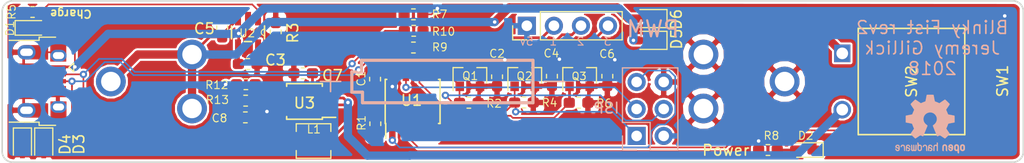
<source format=kicad_pcb>
(kicad_pcb (version 20171130) (host pcbnew "(5.0.0-3-g5ebb6b6)")
  (layers (0 F.Cu signal) (31 B.Cu signal) (34 B.Paste user) (35 F.Paste user) (36 B.SilkS user) (37 F.SilkS user) (38 B.Mask user) (39 F.Mask user) (44 Edge.Cuts user))
  (net 0 "")
  (net 1 GND)
  (net 2 "Net-(D1-Pad1)")
  (net 3 "Net-(J1-Pad2)")
  (net 4 "Net-(R3-Pad1)")
  (net 5 "Net-(R1-Pad1)")
  (net 6 "Net-(D2-Pad2)")
  (net 7 +5V)
  (net 8 "Net-(D3-Pad1)")
  (net 9 "Net-(D4-Pad1)")
  (net 10 "Net-(J1-Pad3)")
  (net 11 "Net-(J1-Pad4)")
  (net 12 D-)
  (net 13 D+)
  (net 14 MOSI)
  (net 15 RST)
  (net 16 "Net-(L1-Pad2)")
  (net 17 PWM3)
  (net 18 "Net-(R5-Pad1)")
  (net 19 "Net-(R12-Pad2)")
  (net 20 Vin)
  (net 21 "Net-(C7-Pad1)")
  (net 22 +BATT)
  (net 23 "Net-(D5-Pad1)")
  (module Jeremy:Battery_Clips_8650 (layer B.Cu) (at 139.32 91.1 180)
    (fp_text reference J3 hide)
    (fp_text value Battery hide)
    (fp_text user - (at -10 0.2032 180) (layer B.SilkS) (effects (font (size 2.5 2.5)) (justify mirror)))
    (fp_text user + (at 11 0.2032 180) (layer B.SilkS) (effects (font (size 2.5 2.5)) (justify mirror)))
    (pad 2 thru_hole circle (at -24 2.54 180) (size 2.8 2.8) (drill 1.83) (layers *.Cu *.Mask) (net 1 GND))
    (pad 2 thru_hole circle (at -24 -2.54 180) (size 2.8 2.8) (drill 1.83) (layers *.Cu *.Mask) (net 1 GND))
    (pad 1 thru_hole circle (at 24 2.54 180) (size 2.8 2.8) (drill 1.83) (layers *.Cu *.Mask) (net 22 +BATT))
    (pad 1 thru_hole circle (at 24 -2.54 180) (size 2.8 2.8) (drill 1.83) (layers *.Cu *.Mask) (net 22 +BATT))
    (pad 1 thru_hole circle (at 31.62 0 180) (size 2.8 2.8) (drill 1.83) (layers *.Cu *.Mask) (net 22 +BATT))
    (pad 2 thru_hole circle (at -31.62 0 180) (size 2.8 2.8) (drill 1.83) (layers *.Cu *.Mask) (net 1 GND))
  )
  (module Jeremy:Switch_SPST_GPTS203211BR2 (layer F.Cu) (at 182.85 91.1 270)
    (fp_text reference SW2 (at 0 0 270) (layer F.SilkS))
    (fp_text value Power hide)
    (pad 1 thru_hole rect (at -2.65 6.5 270) (size 1.65 1.524) (drill 1.1) (layers *.Cu *.Mask) (net 23 "Net-(D5-Pad1)"))
    (pad 2 thru_hole circle (at 2.65 6.5 270) (size 1.65 1.65) (drill 1.1) (layers *.Cu *.Mask) (net 21 "Net-(C7-Pad1)"))
  )
  (module SOT95P280X145-5N (layer F.Cu) (at 120.575 86.475 270)
    (fp_text reference U2 (at 0.075 0.075) (layer F.SilkS) (effects (font (size 0.75 0.75) (thickness 0.1))))
    (fp_text value MCP73831T-2ACI/OT hide)
    (pad 1 smd rect (at -1.2954 -0.9398 270) (size 1.27 0.5588) (layers F.Cu F.Paste F.Mask) (net 18 "Net-(R5-Pad1)"))
    (pad 2 smd rect (at -1.2954 0 270) (size 1.27 0.5588) (layers F.Cu F.Paste F.Mask) (net 1 GND))
    (pad 3 smd rect (at -1.2954 0.9398 270) (size 1.27 0.5588) (layers F.Cu F.Paste F.Mask) (net 22 +BATT))
    (pad 4 smd rect (at 1.2954 0.9398 270) (size 1.27 0.5588) (layers F.Cu F.Paste F.Mask) (net 20 Vin))
    (pad 5 smd rect (at 1.2954 -0.9398 270) (size 1.27 0.5588) (layers F.Cu F.Paste F.Mask) (net 4 "Net-(R3-Pad1)"))
  )
  (module Jeremy:Switch_TE_FSMSM (layer F.Cu) (at 191.6 91.1 270)
    (fp_text reference SW1 (at -0.05 0.2 270) (layer F.SilkS))
    (fp_text value Mode hide)
    (pad 1 smd rect (at -4.6 0 270) (size 2.18 1.6) (layers F.Cu F.Paste F.Mask) (net 7 +5V))
    (pad 2 smd rect (at 4.6 0 270) (size 2.18 1.6) (layers F.Cu F.Paste F.Mask) (net 5 "Net-(R1-Pad1)"))
  )
  (module Connector_USB:USB_Micro-B_Amphenol_10103594-0001LF_Horizontal (layer F.Cu) (at 100.9 91.1 270)
    (fp_text reference J2 hide)
    (fp_text value USB_B_Micro)
    (pad 6 smd rect (at 2.725 0.185 270) (size 1.35 2) (layers F.Cu F.Paste F.Mask) (net 1 GND))
    (pad 6 smd rect (at -2.755 0.185 270) (size 1.35 2) (layers F.Cu F.Paste F.Mask) (net 1 GND))
    (pad 6 smd rect (at -2.975 -0.565 270) (size 1.825 0.7) (layers F.Cu F.Paste F.Mask) (net 1 GND))
    (pad 6 smd rect (at 2.975 -0.565 270) (size 1.825 0.7) (layers F.Cu F.Paste F.Mask) (net 1 GND))
    (pad 6 smd rect (at -2.875 -1.865 270) (size 2 1.5) (layers F.Cu F.Paste F.Mask) (net 1 GND))
    (pad 6 smd rect (at 2.875 -1.885 270) (size 2 1.5) (layers F.Cu F.Paste F.Mask) (net 1 GND))
    (pad 1 smd rect (at -1.325 -1.765) (size 1.65 0.4) (layers F.Cu F.Paste F.Mask) (net 20 Vin))
    (pad 2 smd rect (at -0.675 -1.765) (size 1.65 0.4) (layers F.Cu F.Paste F.Mask) (net 9 "Net-(D4-Pad1)"))
    (pad 3 smd rect (at -0.025 -1.765) (size 1.65 0.4) (layers F.Cu F.Paste F.Mask) (net 8 "Net-(D3-Pad1)"))
    (pad 4 smd rect (at 0.625 -1.765) (size 1.65 0.4) (layers F.Cu F.Paste F.Mask))
    (pad 5 smd rect (at 1.275 -1.765) (size 1.65 0.4) (layers F.Cu F.Paste F.Mask) (net 1 GND))
    (pad 6 thru_hole oval (at -2.445 -1.885) (size 1.5 1.1) (drill oval 1.05 0.65) (layers *.Cu *.Mask) (net 1 GND))
    (pad 6 thru_hole oval (at 2.395 -1.885) (size 1.5 1.1) (drill oval 1.05 0.65) (layers *.Cu *.Mask) (net 1 GND))
    (pad 6 thru_hole oval (at -2.755 1.115) (size 1.7 1.35) (drill oval 1.2 0.7) (layers *.Cu *.Mask) (net 1 GND))
    (pad 6 thru_hole oval (at 2.705 1.115) (size 1.7 1.35) (drill oval 1.2 0.7) (layers *.Cu *.Mask) (net 1 GND))
    (pad 6 smd rect (at -0.985 1.385) (size 2.5 1.43) (layers F.Cu F.Paste F.Mask) (net 1 GND))
    (pad 6 smd rect (at 0.935 1.385) (size 2.5 1.43) (layers F.Cu F.Paste F.Mask) (net 1 GND))
  )
  (module Connector_PinHeader_2.54mm:PinHeader_2x03_P2.54mm_Vertical (layer B.Cu) (at 157.05 96.225)
    (fp_text reference J4 hide)
    (fp_text value ISP (at -2.85 -2.625) (layer B.SilkS) (effects (justify mirror)))
    (pad 1 thru_hole rect (at 0 0) (size 1.7 1.7) (drill 1) (layers *.Cu *.Mask) (net 12 D-))
    (pad 2 thru_hole oval (at 2.54 0) (size 1.7 1.7) (drill 1) (layers *.Cu *.Mask) (net 7 +5V))
    (pad 3 thru_hole oval (at 0 -2.54) (size 1.7 1.7) (drill 1) (layers *.Cu *.Mask) (net 13 D+))
    (pad 4 thru_hole oval (at 2.54 -2.54) (size 1.7 1.7) (drill 1) (layers *.Cu *.Mask) (net 14 MOSI))
    (pad 5 thru_hole oval (at 0 -5.08) (size 1.7 1.7) (drill 1) (layers *.Cu *.Mask) (net 15 RST))
    (pad 6 thru_hole oval (at 2.54 -5.08) (size 1.7 1.7) (drill 1) (layers *.Cu *.Mask) (net 1 GND))
  )
  (module Package_TO_SOT_SMD:SOT-23 (layer F.Cu) (at 141.4 90.55 90)
    (fp_text reference Q1 (at -0.025 0.025 180) (layer F.SilkS) (effects (font (size 0.75 0.75) (thickness 0.1))))
    (fp_text value NTR4003NT1G hide)
    (pad 1 smd rect (at -1 -0.95 90) (size 0.9 0.8) (layers F.Cu F.Paste F.Mask) (net 14 MOSI))
    (pad 2 smd rect (at -1 0.95 90) (size 0.9 0.8) (layers F.Cu F.Paste F.Mask) (net 1 GND))
    (pad 3 smd rect (at 1 0 90) (size 0.9 0.8) (layers F.Cu F.Paste F.Mask) (net 3 "Net-(J1-Pad2)"))
  )
  (module Capacitor_SMD:C_0603_1608Metric_Pad1.05x0.95mm_HandSolder (layer F.Cu) (at 132.5 90.875 270)
    (fp_text reference C1 (at -0.05 1.3 270) (layer F.SilkS) (effects (font (size 0.75 0.75) (thickness 0.1))))
    (fp_text value 0.1uF)
    (pad 2 smd roundrect (at 0.875 0 270) (size 1.05 0.95) (layers F.Cu F.Paste F.Mask) (net 1 GND))
    (pad 1 smd roundrect (at -0.875 0 270) (size 1.05 0.95) (layers F.Cu F.Paste F.Mask) (net 7 +5V))
  )
  (module Capacitor_SMD:C_0603_1608Metric_Pad1.05x0.95mm_HandSolder (layer F.Cu) (at 143.95 90.65 90)
    (fp_text reference C2 (at 2.175 0 180) (layer F.SilkS) (effects (font (size 0.75 0.75) (thickness 0.1))))
    (fp_text value 4.7uF)
    (pad 1 smd roundrect (at -0.875 0 90) (size 1.05 0.95) (layers F.Cu F.Paste F.Mask) (net 1 GND))
    (pad 2 smd roundrect (at 0.875 0 90) (size 1.05 0.95) (layers F.Cu F.Paste F.Mask) (net 7 +5V))
  )
  (module Capacitor_SMD:C_0603_1608Metric_Pad1.05x0.95mm_HandSolder (layer F.Cu) (at 120.55 89.45)
    (fp_text reference C3 (at 2.6 -0.375) (layer F.SilkS))
    (fp_text value 4.7uF)
    (pad 2 smd roundrect (at 0.875 0) (size 1.05 0.95) (layers F.Cu F.Paste F.Mask) (net 1 GND))
    (pad 1 smd roundrect (at -0.875 0) (size 1.05 0.95) (layers F.Cu F.Paste F.Mask) (net 20 Vin))
  )
  (module Capacitor_SMD:C_0603_1608Metric_Pad1.05x0.95mm_HandSolder (layer F.Cu) (at 149.1 90.6 90)
    (fp_text reference C4 (at 2.15 -0.05 180) (layer F.SilkS) (effects (font (size 0.75 0.75) (thickness 0.1))))
    (fp_text value 4.7uF)
    (pad 1 smd roundrect (at -0.875 0 90) (size 1.05 0.95) (layers F.Cu F.Paste F.Mask) (net 1 GND))
    (pad 2 smd roundrect (at 0.875 0 90) (size 1.05 0.95) (layers F.Cu F.Paste F.Mask) (net 7 +5V))
  )
  (module Capacitor_SMD:C_0603_1608Metric_Pad1.05x0.95mm_HandSolder (layer F.Cu) (at 118.15 86.025 90)
    (fp_text reference C5 (at -0.1 -1.675 180) (layer F.SilkS))
    (fp_text value 4.7uF)
    (pad 1 smd roundrect (at -0.875 0 90) (size 1.05 0.95) (layers F.Cu F.Paste F.Mask) (net 22 +BATT))
    (pad 2 smd roundrect (at 0.875 0 90) (size 1.05 0.95) (layers F.Cu F.Paste F.Mask) (net 1 GND))
  )
  (module Capacitor_SMD:C_0603_1608Metric_Pad1.05x0.95mm_HandSolder (layer F.Cu) (at 154.3 90.6 90)
    (fp_text reference C6 (at 2.1 -0.025 180) (layer F.SilkS) (effects (font (size 0.75 0.75) (thickness 0.1))))
    (fp_text value 4.7uF)
    (pad 2 smd roundrect (at 0.875 0 90) (size 1.05 0.95) (layers F.Cu F.Paste F.Mask) (net 7 +5V))
    (pad 1 smd roundrect (at -0.875 0 90) (size 1.05 0.95) (layers F.Cu F.Paste F.Mask) (net 1 GND))
  )
  (module Capacitor_SMD:C_0603_1608Metric_Pad1.05x0.95mm_HandSolder (layer F.Cu) (at 125.75 90.325 180)
    (fp_text reference C7 (at -2.75 -0.2 180) (layer F.SilkS))
    (fp_text value 10uF)
    (pad 2 smd roundrect (at 0.875 0 180) (size 1.05 0.95) (layers F.Cu F.Paste F.Mask) (net 1 GND))
    (pad 1 smd roundrect (at -0.875 0 180) (size 1.05 0.95) (layers F.Cu F.Paste F.Mask) (net 21 "Net-(C7-Pad1)"))
  )
  (module Capacitor_SMD:C_0603_1608Metric_Pad1.05x0.95mm_HandSolder (layer F.Cu) (at 120.325 94.475 180)
    (fp_text reference C8 (at 2.425 -0.075 180) (layer F.SilkS) (effects (font (size 0.75 0.75) (thickness 0.1))))
    (fp_text value 22uF)
    (pad 1 smd roundrect (at -0.875 0 180) (size 1.05 0.95) (layers F.Cu F.Paste F.Mask) (net 7 +5V))
    (pad 2 smd roundrect (at 0.875 0 180) (size 1.05 0.95) (layers F.Cu F.Paste F.Mask) (net 1 GND))
  )
  (module LED_SMD:LED_0603_1608Metric_Castellated (layer F.Cu) (at 100.4 86.05)
    (fp_text reference D1 (at -2.175 0.05 90) (layer F.SilkS) (effects (font (size 0.75 0.75) (thickness 0.1))))
    (fp_text value LED)
    (pad 2 smd roundrect (at 0.8125 0) (size 1.225 0.85) (layers F.Cu F.Paste F.Mask) (net 20 Vin))
    (pad 1 smd roundrect (at -0.8125 0) (size 1.225 0.85) (layers F.Cu F.Paste F.Mask) (net 2 "Net-(D1-Pad1)"))
  )
  (module LED_SMD:LED_0603_1608Metric_Castellated (layer F.Cu) (at 172.875 97.55 180)
    (fp_text reference D2 (at -0.05 1.35 180) (layer F.SilkS) (effects (font (size 0.75 0.75) (thickness 0.1))))
    (fp_text value LED)
    (pad 2 smd roundrect (at 0.8125 0 180) (size 1.225 0.85) (layers F.Cu F.Paste F.Mask) (net 6 "Net-(D2-Pad2)"))
    (pad 1 smd roundrect (at -0.8125 0 180) (size 1.225 0.85) (layers F.Cu F.Paste F.Mask) (net 1 GND))
  )
  (module Diode_SMD:D_SOD-323 (layer F.Cu) (at 101.4 96.975 270)
    (fp_text reference D3 (at 0.025 -3.3 270) (layer F.SilkS))
    (fp_text value 3v6)
    (pad 2 smd rect (at 1.05 0 270) (size 0.6 0.45) (layers F.Cu F.Paste F.Mask) (net 1 GND))
    (pad 1 smd rect (at -1.05 0 270) (size 0.6 0.45) (layers F.Cu F.Paste F.Mask) (net 8 "Net-(D3-Pad1)"))
  )
  (module Diode_SMD:D_SOD-323 (layer F.Cu) (at 99.4 96.975 270)
    (fp_text reference D4 (at 0.05 -4 270) (layer F.SilkS))
    (fp_text value 3v6)
    (pad 1 smd rect (at -1.05 0 270) (size 0.6 0.45) (layers F.Cu F.Paste F.Mask) (net 9 "Net-(D4-Pad1)"))
    (pad 2 smd rect (at 1.05 0 270) (size 0.6 0.45) (layers F.Cu F.Paste F.Mask) (net 1 GND))
  )
  (module Inductor_SMD:L_Vishay_IHLP-1212 (layer F.Cu) (at 126.725 96.7 180)
    (fp_text reference L1 (at -0.025 1.1 180) (layer F.SilkS) (effects (font (size 0.75 0.75) (thickness 0.1))))
    (fp_text value 2.2uH3A)
    (pad 1 smd rect (at -1.35 0 180) (size 1.5 1.2) (layers F.Cu F.Paste F.Mask) (net 21 "Net-(C7-Pad1)"))
    (pad 2 smd rect (at 1.35 0 180) (size 1.5 1.2) (layers F.Cu F.Paste F.Mask) (net 16 "Net-(L1-Pad2)"))
  )
  (module Package_TO_SOT_SMD:SOT-23 (layer F.Cu) (at 146.55 90.55 90)
    (fp_text reference Q2 (at -0.05 -0.025) (layer F.SilkS) (effects (font (size 0.75 0.75) (thickness 0.1))))
    (fp_text value NTR4003NT1G)
    (pad 1 smd rect (at -1 -0.95 90) (size 0.9 0.8) (layers F.Cu F.Paste F.Mask) (net 12 D-))
    (pad 2 smd rect (at -1 0.95 90) (size 0.9 0.8) (layers F.Cu F.Paste F.Mask) (net 1 GND))
    (pad 3 smd rect (at 1 0 90) (size 0.9 0.8) (layers F.Cu F.Paste F.Mask) (net 10 "Net-(J1-Pad3)"))
  )
  (module Package_TO_SOT_SMD:SOT-23 (layer F.Cu) (at 151.7 90.55 90)
    (fp_text reference Q3 (at -0.05 -0.05 180) (layer F.SilkS) (effects (font (size 0.7 0.7) (thickness 0.1))))
    (fp_text value NTR4003NT1G)
    (pad 3 smd rect (at 1 0 90) (size 0.9 0.8) (layers F.Cu F.Paste F.Mask) (net 11 "Net-(J1-Pad4)"))
    (pad 2 smd rect (at -1 0.95 90) (size 0.9 0.8) (layers F.Cu F.Paste F.Mask) (net 1 GND))
    (pad 1 smd rect (at -1 -0.95 90) (size 0.9 0.8) (layers F.Cu F.Paste F.Mask) (net 17 PWM3))
  )
  (module Resistor_SMD:R_0603_1608Metric_Pad1.05x0.95mm_HandSolder (layer F.Cu) (at 132.525 95.075 270)
    (fp_text reference R1 (at -0.075 1.3 270) (layer F.SilkS) (effects (font (size 0.75 0.75) (thickness 0.1))))
    (fp_text value 20K)
    (pad 2 smd roundrect (at 0.875 0 270) (size 1.05 0.95) (layers F.Cu F.Paste F.Mask) (net 1 GND))
    (pad 1 smd roundrect (at -0.875 0 270) (size 1.05 0.95) (layers F.Cu F.Paste F.Mask) (net 5 "Net-(R1-Pad1)"))
  )
  (module Resistor_SMD:R_0603_1608Metric_Pad1.05x0.95mm_HandSolder (layer F.Cu) (at 141.3 93.1)
    (fp_text reference R2 (at 2.375 0.075) (layer F.SilkS) (effects (font (size 0.75 0.75) (thickness 0.1))))
    (fp_text value 20k)
    (pad 2 smd roundrect (at 0.875 0) (size 1.05 0.95) (layers F.Cu F.Paste F.Mask) (net 1 GND))
    (pad 1 smd roundrect (at -0.875 0) (size 1.05 0.95) (layers F.Cu F.Paste F.Mask) (net 14 MOSI))
  )
  (module Resistor_SMD:R_0603_1608Metric_Pad1.05x0.95mm_HandSolder (layer F.Cu) (at 123.175 86.425 90)
    (fp_text reference R3 (at -0.1 1.6 90) (layer F.SilkS))
    (fp_text value 2k)
    (pad 2 smd roundrect (at 0.875 0 90) (size 1.05 0.95) (layers F.Cu F.Paste F.Mask) (net 1 GND))
    (pad 1 smd roundrect (at -0.875 0 90) (size 1.05 0.95) (layers F.Cu F.Paste F.Mask) (net 4 "Net-(R3-Pad1)"))
  )
  (module Resistor_SMD:R_0603_1608Metric_Pad1.05x0.95mm_HandSolder (layer F.Cu) (at 146.475 93.075)
    (fp_text reference R4 (at 2.4 0.025) (layer F.SilkS) (effects (font (size 0.75 0.75) (thickness 0.1))))
    (fp_text value 20k)
    (pad 1 smd roundrect (at -0.875 0) (size 1.05 0.95) (layers F.Cu F.Paste F.Mask) (net 12 D-))
    (pad 2 smd roundrect (at 0.875 0) (size 1.05 0.95) (layers F.Cu F.Paste F.Mask) (net 1 GND))
  )
  (module Resistor_SMD:R_0603_1608Metric_Pad1.05x0.95mm_HandSolder (layer F.Cu) (at 151.6 93.1)
    (fp_text reference R6 (at 2.4 0.05) (layer F.SilkS) (effects (font (size 0.75 0.75) (thickness 0.1))))
    (fp_text value 20k)
    (pad 2 smd roundrect (at 0.875 0) (size 1.05 0.95) (layers F.Cu F.Paste F.Mask) (net 1 GND))
    (pad 1 smd roundrect (at -0.875 0) (size 1.05 0.95) (layers F.Cu F.Paste F.Mask) (net 17 PWM3))
  )
  (module Resistor_SMD:R_0603_1608Metric_Pad1.05x0.95mm_HandSolder (layer F.Cu) (at 136.1 84.775)
    (fp_text reference R7 (at 2.45 0) (layer F.SilkS) (effects (font (size 0.75 0.75) (thickness 0.1))))
    (fp_text value 2.2k)
    (pad 1 smd roundrect (at -0.875 0) (size 1.05 0.95) (layers F.Cu F.Paste F.Mask) (net 9 "Net-(D4-Pad1)"))
    (pad 2 smd roundrect (at 0.875 0) (size 1.05 0.95) (layers F.Cu F.Paste F.Mask) (net 20 Vin))
  )
  (module Resistor_SMD:R_0603_1608Metric_Pad1.05x0.95mm_HandSolder (layer F.Cu) (at 169.375 97.55 180)
    (fp_text reference R8 (at -0.325 1.35 180) (layer F.SilkS) (effects (font (size 0.75 0.75) (thickness 0.1))))
    (fp_text value 120)
    (pad 1 smd roundrect (at -0.875 0 180) (size 1.05 0.95) (layers F.Cu F.Paste F.Mask) (net 6 "Net-(D2-Pad2)"))
    (pad 2 smd roundrect (at 0.875 0 180) (size 1.05 0.95) (layers F.Cu F.Paste F.Mask) (net 7 +5V))
  )
  (module Resistor_SMD:R_0603_1608Metric_Pad1.05x0.95mm_HandSolder (layer F.Cu) (at 136.1 87.9 180)
    (fp_text reference R9 (at -2.475 0.025 180) (layer F.SilkS) (effects (font (size 0.75 0.75) (thickness 0.1))))
    (fp_text value 68)
    (pad 2 smd roundrect (at 0.875 0 180) (size 1.05 0.95) (layers F.Cu F.Paste F.Mask) (net 8 "Net-(D3-Pad1)"))
    (pad 1 smd roundrect (at -0.875 0 180) (size 1.05 0.95) (layers F.Cu F.Paste F.Mask) (net 13 D+))
  )
  (module Resistor_SMD:R_0603_1608Metric_Pad1.05x0.95mm_HandSolder (layer F.Cu) (at 136.125 86.325 180)
    (fp_text reference R10 (at -2.8 -0.075 180) (layer F.SilkS) (effects (font (size 0.75 0.75) (thickness 0.1))))
    (fp_text value 68)
    (pad 1 smd roundrect (at -0.875 0 180) (size 1.05 0.95) (layers F.Cu F.Paste F.Mask) (net 12 D-))
    (pad 2 smd roundrect (at 0.875 0 180) (size 1.05 0.95) (layers F.Cu F.Paste F.Mask) (net 9 "Net-(D4-Pad1)"))
  )
  (module Resistor_SMD:R_0603_1608Metric_Pad1.05x0.95mm_HandSolder (layer F.Cu) (at 120.375012 91.354058)
    (fp_text reference R12 (at -2.725012 0.070942) (layer F.SilkS) (effects (font (size 0.75 0.75) (thickness 0.1))))
    (fp_text value 750K)
    (pad 2 smd roundrect (at 0.875 0) (size 1.05 0.95) (layers F.Cu F.Paste F.Mask) (net 19 "Net-(R12-Pad2)"))
    (pad 1 smd roundrect (at -0.875 0) (size 1.05 0.95) (layers F.Cu F.Paste F.Mask) (net 7 +5V))
  )
  (module Resistor_SMD:R_0603_1608Metric_Pad1.05x0.95mm_HandSolder (layer F.Cu) (at 120.350012 92.904058 180)
    (fp_text reference R13 (at 2.650012 0.079058 180) (layer F.SilkS) (effects (font (size 0.75 0.75) (thickness 0.1))))
    (fp_text value 100K)
    (pad 1 smd roundrect (at -0.875 0 180) (size 1.05 0.95) (layers F.Cu F.Paste F.Mask) (net 19 "Net-(R12-Pad2)"))
    (pad 2 smd roundrect (at 0.875 0 180) (size 1.05 0.95) (layers F.Cu F.Paste F.Mask) (net 1 GND))
  )
  (module Package_SO:SOIC-8_3.9x4.9mm_P1.27mm (layer F.Cu) (at 136.025001 92.975471 90)
    (fp_text reference U1 (at 0.100471 -0.100001 180) (layer F.SilkS))
    (fp_text value ATtiny85-20SU)
    (pad 1 smd rect (at -2.7 -1.905 90) (size 1.55 0.6) (layers F.Cu F.Paste F.Mask) (net 15 RST))
    (pad 2 smd rect (at -2.7 -0.635 90) (size 1.55 0.6) (layers F.Cu F.Paste F.Mask) (net 5 "Net-(R1-Pad1)"))
    (pad 3 smd rect (at -2.7 0.635 90) (size 1.55 0.6) (layers F.Cu F.Paste F.Mask) (net 17 PWM3))
    (pad 4 smd rect (at -2.7 1.905 90) (size 1.55 0.6) (layers F.Cu F.Paste F.Mask) (net 1 GND))
    (pad 5 smd rect (at 2.7 1.905 90) (size 1.55 0.6) (layers F.Cu F.Paste F.Mask) (net 14 MOSI))
    (pad 6 smd rect (at 2.7 0.635 90) (size 1.55 0.6) (layers F.Cu F.Paste F.Mask) (net 12 D-))
    (pad 7 smd rect (at 2.7 -0.635 90) (size 1.55 0.6) (layers F.Cu F.Paste F.Mask) (net 13 D+))
    (pad 8 smd rect (at 2.7 -1.905 90) (size 1.55 0.6) (layers F.Cu F.Paste F.Mask) (net 7 +5V))
  )
  (module Package_SO:MSOP-8_3x3mm_P0.65mm (layer F.Cu) (at 125.875 92.975 180)
    (fp_text reference U3 (at 0 -0.15 180) (layer F.SilkS))
    (fp_text value PAM2401-8MSOP)
    (pad 1 smd rect (at -2.2 -0.975 180) (size 1.45 0.45) (layers F.Cu F.Paste F.Mask) (net 16 "Net-(L1-Pad2)"))
    (pad 2 smd rect (at -2.2 -0.325 180) (size 1.45 0.45) (layers F.Cu F.Paste F.Mask) (net 21 "Net-(C7-Pad1)"))
    (pad 3 smd rect (at -2.2 0.325 180) (size 1.45 0.45) (layers F.Cu F.Paste F.Mask) (net 21 "Net-(C7-Pad1)"))
    (pad 4 smd rect (at -2.2 0.975 180) (size 1.45 0.45) (layers F.Cu F.Paste F.Mask) (net 1 GND))
    (pad 5 smd rect (at 2.2 0.975 180) (size 1.45 0.45) (layers F.Cu F.Paste F.Mask) (net 19 "Net-(R12-Pad2)"))
    (pad 6 smd rect (at 2.2 0.325 180) (size 1.45 0.45) (layers F.Cu F.Paste F.Mask))
    (pad 7 smd rect (at 2.2 -0.325 180) (size 1.45 0.45) (layers F.Cu F.Paste F.Mask) (net 7 +5V))
    (pad 8 smd rect (at 2.2 -0.975 180) (size 1.45 0.45) (layers F.Cu F.Paste F.Mask) (net 1 GND))
  )
  (module Resistor_SMD:R_0603_1608Metric (layer F.Cu) (at 100.35 84.55 180)
    (fp_text reference R5 (at 1.975 0 270) (layer F.SilkS) (effects (font (size 0.75 0.75) (thickness 0.1))))
    (fp_text value 470)
    (pad 1 smd roundrect (at -0.7875 0 180) (size 0.875 0.95) (layers F.Cu F.Paste F.Mask) (net 18 "Net-(R5-Pad1)"))
    (pad 2 smd roundrect (at 0.7875 0 180) (size 0.875 0.95) (layers F.Cu F.Paste F.Mask) (net 2 "Net-(D1-Pad1)"))
  )
  (module Connector_PinHeader_2.54mm:PinHeader_1x04_P2.54mm_Vertical (layer F.Cu) (at 146.745 85.85 90)
    (fp_text reference J1 hide)
    (fp_text value PWM)
    (pad 4 thru_hole oval (at 0 7.62 90) (size 1.7 1.7) (drill 1) (layers *.Cu *.Mask) (net 11 "Net-(J1-Pad4)"))
    (pad 3 thru_hole oval (at 0 5.08 90) (size 1.7 1.7) (drill 1) (layers *.Cu *.Mask) (net 10 "Net-(J1-Pad3)"))
    (pad 2 thru_hole oval (at 0 2.54 90) (size 1.7 1.7) (drill 1) (layers *.Cu *.Mask) (net 3 "Net-(J1-Pad2)"))
    (pad 1 thru_hole rect (at 0 0 90) (size 1.7 1.7) (drill 1) (layers *.Cu *.Mask) (net 7 +5V))
  )
  (module Diode_SMD:D_SOD-323 (layer F.Cu) (at 158.4 87.225 180)
    (fp_text reference D5 (at -2.4 0.125 270) (layer F.SilkS))
    (fp_text value 20V2A)
    (pad 1 smd rect (at -1.05 0 180) (size 0.6 0.45) (layers F.Cu F.Paste F.Mask) (net 23 "Net-(D5-Pad1)"))
    (pad 2 smd rect (at 1.05 0 180) (size 0.6 0.45) (layers F.Cu F.Paste F.Mask) (net 20 Vin))
  )
  (module Diode_SMD:D_SOD-323 (layer F.Cu) (at 158.4 85.175 180)
    (fp_text reference D6 (at -2.375 -0.075 270) (layer F.SilkS))
    (fp_text value 20V2A)
    (pad 2 smd rect (at 1.05 0 180) (size 0.6 0.45) (layers F.Cu F.Paste F.Mask) (net 22 +BATT))
    (pad 1 smd rect (at -1.05 0 180) (size 0.6 0.45) (layers F.Cu F.Paste F.Mask) (net 23 "Net-(D5-Pad1)"))
  )
  (module Symbol:OSHW-Logo2_7.3x6mm_SilkScreen (layer B.Cu) (at 184.6 95.1 180)
    (fp_text reference REF** hide)
    (fp_text value OSHW-Logo2_7.3x6mm_SilkScreen hide)
  )
  (gr_text PWM (at 158.575 86.15) (layer B.SilkS) (effects (font (size 1.5 1.5) (thickness 0.2)) (justify mirror)))
  (gr_text Power (at 165.425 97.575) (layer F.SilkS) (effects (font (size 1 1))))
  (gr_text Charge (at 103.95 84.725 180) (layer F.SilkS) (effects (font (size 0.75 0.75))))
  (gr_text 3 (at 154.325 87.325) (layer B.SilkS) (effects (font (size 0.75 0.75) (thickness 0.1)) (justify mirror)))
  (gr_text 2 (at 151.775 87.325) (layer B.SilkS) (effects (font (size 0.75 0.75) (thickness 0.1)) (justify mirror)))
  (gr_text 1 (at 149.225 87.325) (layer B.SilkS) (effects (font (size 0.75 0.75) (thickness 0.1)) (justify mirror)))
  (gr_text 5v (at 146.725 87.325) (layer B.SilkS) (effects (font (size 0.75 0.75) (thickness 0.1)) (justify mirror)))
  (gr_arc (start 192.35 97.7) (end 192.35 98.7) (angle -90) (layer Edge.Cuts) (width 0.15))
  (gr_arc (start 192.35 84.5) (end 193.35 84.5) (angle -90) (layer Edge.Cuts) (width 0.15))
  (gr_arc (start 98.5 97.7) (end 97.5 97.7) (angle -90) (layer Edge.Cuts) (width 0.15))
  (gr_arc (start 98.5 84.5) (end 97.5 84.5) (angle 90) (layer Edge.Cuts) (width 0.15))
  (gr_text "Blinky Fist rev2\nJeremy Gillick\n2018" (at 184.8 87.95) (layer B.SilkS) (effects (font (size 1.2 1.2)) (justify mirror)))
  (gr_line (start 192.35 83.5) (end 98.5 83.5) (layer Edge.Cuts) (width 0.15))
  (gr_line (start 193.35 97.7) (end 193.35 84.5) (layer Edge.Cuts) (width 0.15))
  (gr_line (start 98.5 98.7) (end 192.35 98.7) (layer Edge.Cuts) (width 0.15))
  (gr_line (start 97.5 84.5) (end 97.5 97.7) (layer Edge.Cuts) (width 0.15))
  (segment (start 143.95 89.775) (end 143.95 89.425) (width 0.254) (layer F.Cu) (net 7))
  (segment (start 149.1 89.725) (end 149.1 89.675) (width 0.254) (layer F.Cu) (net 7))
  (via (at 155 89.05) (size 0.6858) (drill 0.3302) (layers F.Cu B.Cu) (net 7))
  (segment (start 154.325 89.725) (end 155 89.05) (width 0.254) (layer F.Cu) (net 7))
  (segment (start 154.3 89.725) (end 154.325 89.725) (width 0.254) (layer F.Cu) (net 7))
  (via (at 149.8 89) (size 0.6858) (drill 0.3302) (layers F.Cu B.Cu) (net 7))
  (segment (start 149.1 89.7) (end 149.8 89) (width 0.254) (layer F.Cu) (net 7))
  (segment (start 149.1 89.725) (end 149.1 89.7) (width 0.254) (layer F.Cu) (net 7))
  (via (at 144.675 89.05) (size 0.6858) (drill 0.3302) (layers F.Cu B.Cu) (net 7))
  (segment (start 143.95 89.775) (end 144.675 89.05) (width 0.254) (layer F.Cu) (net 7))
  (segment (start 99.515 88.615) (end 99.785 88.345) (width 0.254) (layer F.Cu) (net 1))
  (segment (start 99.515 90.115) (end 99.515 88.615) (width 0.254) (layer F.Cu) (net 1))
  (segment (start 99.515 93.535) (end 99.785 93.805) (width 0.254) (layer F.Cu) (net 1))
  (segment (start 99.515 92.035) (end 99.515 93.535) (width 0.254) (layer F.Cu) (net 1))
  (segment (start 102.645 88.345) (end 102.765 88.225) (width 0.154) (layer F.Cu) (net 1))
  (segment (start 100.715 88.345) (end 102.645 88.345) (width 0.154) (layer F.Cu) (net 1))
  (segment (start 99.5625 86.025) (end 99.5875 86.05) (width 0.154) (layer F.Cu) (net 2))
  (segment (start 99.5625 84.55) (end 99.5625 86.025) (width 0.154) (layer F.Cu) (net 2))
  (segment (start 142.054 89.55) (end 141.4 89.55) (width 0.254) (layer F.Cu) (net 3))
  (segment (start 144.624599 86.979401) (end 142.054 89.55) (width 0.254) (layer F.Cu) (net 3))
  (segment (start 148.155599 86.979401) (end 144.624599 86.979401) (width 0.254) (layer F.Cu) (net 3))
  (segment (start 149.285 85.85) (end 148.155599 86.979401) (width 0.254) (layer F.Cu) (net 3))
  (segment (start 122.7046 87.7704) (end 123.175 87.3) (width 0.154) (layer F.Cu) (net 4))
  (segment (start 121.5148 87.7704) (end 122.7046 87.7704) (width 0.154) (layer F.Cu) (net 4))
  (segment (start 135.390001 95.675471) (end 135.390001 96.150471) (width 0.1524) (layer F.Cu) (net 5))
  (segment (start 135.390001 95.200471) (end 135.390001 95.675471) (width 0.1524) (layer F.Cu) (net 5))
  (segment (start 134.38953 94.2) (end 135.390001 95.200471) (width 0.1524) (layer F.Cu) (net 5))
  (segment (start 132.525 94.2) (end 134.38953 94.2) (width 0.1524) (layer F.Cu) (net 5))
  (segment (start 136.543931 97.304401) (end 165.420599 97.304401) (width 0.154) (layer F.Cu) (net 5))
  (segment (start 135.390001 96.150471) (end 136.543931 97.304401) (width 0.154) (layer F.Cu) (net 5))
  (segment (start 165.420599 97.304401) (end 167.025 95.7) (width 0.154) (layer F.Cu) (net 5))
  (segment (start 167.025 95.7) (end 191.6 95.7) (width 0.154) (layer F.Cu) (net 5))
  (segment (start 170.25 97.55) (end 172.0625 97.55) (width 0.254) (layer F.Cu) (net 6))
  (via (at 191.6 84.925) (size 0.6858) (drill 0.3302) (layers F.Cu B.Cu) (net 7))
  (segment (start 191.6 86.5) (end 191.6 84.925) (width 0.254) (layer F.Cu) (net 7))
  (via (at 122.35 93.925) (size 0.6858) (drill 0.3302) (layers F.Cu B.Cu) (net 7))
  (segment (start 122.975 93.3) (end 122.35 93.925) (width 0.254) (layer F.Cu) (net 7))
  (segment (start 123.675 93.3) (end 122.975 93.3) (width 0.254) (layer F.Cu) (net 7))
  (segment (start 121.8 94.475) (end 122.35 93.925) (width 0.254) (layer F.Cu) (net 7))
  (segment (start 121.2 94.475) (end 121.8 94.475) (width 0.254) (layer F.Cu) (net 7))
  (via (at 118.475 91.375) (size 0.6858) (drill 0.3302) (layers F.Cu B.Cu) (net 7))
  (segment (start 118.495942 91.354058) (end 118.475 91.375) (width 0.254) (layer F.Cu) (net 7))
  (segment (start 119.500012 91.354058) (end 118.495942 91.354058) (width 0.254) (layer F.Cu) (net 7))
  (segment (start 133.84453 90) (end 134.120001 90.275471) (width 0.154) (layer F.Cu) (net 7))
  (segment (start 132.5 90) (end 133.84453 90) (width 0.154) (layer F.Cu) (net 7))
  (via (at 134.125 91.575) (size 0.6858) (drill 0.3302) (layers F.Cu B.Cu) (net 7))
  (segment (start 134.120001 91.570001) (end 134.125 91.575) (width 0.154) (layer F.Cu) (net 7))
  (segment (start 134.120001 90.275471) (end 134.120001 91.570001) (width 0.154) (layer F.Cu) (net 7))
  (via (at 168.5 96.7) (size 0.6858) (drill 0.3302) (layers F.Cu B.Cu) (net 7))
  (segment (start 168.5 97.55) (end 168.5 96.7) (width 0.254) (layer F.Cu) (net 7))
  (segment (start 133.05 87.9) (end 130.95 90) (width 0.154) (layer F.Cu) (net 8))
  (segment (start 135.225 87.9) (end 133.05 87.9) (width 0.154) (layer F.Cu) (net 8))
  (via (at 130.95 90) (size 0.6858) (drill 0.3302) (layers F.Cu B.Cu) (net 8))
  (segment (start 109.820812 90.495812) (end 130.454188 90.495812) (width 0.154) (layer B.Cu) (net 8))
  (segment (start 108.6 89.275) (end 109.820812 90.495812) (width 0.154) (layer B.Cu) (net 8))
  (segment (start 130.454188 90.495812) (end 130.95 90) (width 0.154) (layer B.Cu) (net 8))
  (segment (start 107.113486 89.275) (end 105.313486 91.075) (width 0.154) (layer B.Cu) (net 8))
  (segment (start 108.6 89.275) (end 107.113486 89.275) (width 0.154) (layer B.Cu) (net 8))
  (segment (start 105.313486 91.075) (end 104.05 91.075) (width 0.154) (layer B.Cu) (net 8))
  (via (at 104.05 91.075) (size 0.6858) (drill 0.3302) (layers F.Cu B.Cu) (net 8))
  (segment (start 104.05 91.559933) (end 104.05 91.075) (width 0.154) (layer F.Cu) (net 8))
  (segment (start 104.05 94.872922) (end 104.05 91.559933) (width 0.154) (layer F.Cu) (net 8))
  (segment (start 102.997922 95.925) (end 104.05 94.872922) (width 0.154) (layer F.Cu) (net 8))
  (segment (start 101.4 95.925) (end 102.997922 95.925) (width 0.154) (layer F.Cu) (net 8))
  (segment (start 104.05 91.075) (end 102.665 91.075) (width 0.154) (layer F.Cu) (net 8))
  (segment (start 135.225 86.3) (end 135.25 86.325) (width 0.154) (layer F.Cu) (net 9))
  (segment (start 135.225 84.775) (end 135.225 86.3) (width 0.154) (layer F.Cu) (net 9))
  (segment (start 130.686574 89.078336) (end 130.343675 89.421235) (width 0.154) (layer F.Cu) (net 9))
  (via (at 130.343675 89.421235) (size 0.6858) (drill 0.3302) (layers F.Cu B.Cu) (net 9))
  (segment (start 135.25 86.325) (end 133.43991 86.325) (width 0.154) (layer F.Cu) (net 9))
  (segment (start 133.43991 86.325) (end 130.686574 89.078336) (width 0.154) (layer F.Cu) (net 9))
  (segment (start 102.701821 90.461821) (end 102.665 90.425) (width 0.154) (layer F.Cu) (net 9))
  (via (at 105.125 90.425) (size 0.6858) (drill 0.3302) (layers F.Cu B.Cu) (net 9))
  (segment (start 102.665 90.425) (end 105.125 90.425) (width 0.154) (layer F.Cu) (net 9))
  (segment (start 109.947731 90.189401) (end 129.575509 90.189401) (width 0.154) (layer B.Cu) (net 9))
  (segment (start 108.726919 88.968589) (end 109.947731 90.189401) (width 0.154) (layer B.Cu) (net 9))
  (segment (start 106.581411 88.968589) (end 108.726919 88.968589) (width 0.154) (layer B.Cu) (net 9))
  (segment (start 129.575509 90.189401) (end 130.343675 89.421235) (width 0.154) (layer B.Cu) (net 9))
  (segment (start 105.125 90.425) (end 106.581411 88.968589) (width 0.154) (layer B.Cu) (net 9))
  (segment (start 100.308401 96.454401) (end 103.170599 96.454401) (width 0.154) (layer F.Cu) (net 9))
  (segment (start 99.779 95.925) (end 100.308401 96.454401) (width 0.154) (layer F.Cu) (net 9))
  (segment (start 99.4 95.925) (end 99.779 95.925) (width 0.154) (layer F.Cu) (net 9))
  (segment (start 105.125 94.5) (end 105.125 90.425) (width 0.154) (layer F.Cu) (net 9))
  (segment (start 103.170599 96.454401) (end 105.125 94.5) (width 0.154) (layer F.Cu) (net 9))
  (segment (start 150.975001 86.699999) (end 151.825 85.85) (width 0.254) (layer F.Cu) (net 10))
  (segment (start 150.054001 86.699999) (end 150.975001 86.699999) (width 0.254) (layer F.Cu) (net 10))
  (segment (start 147.204 89.55) (end 150.054001 86.699999) (width 0.254) (layer F.Cu) (net 10))
  (segment (start 146.55 89.55) (end 147.204 89.55) (width 0.254) (layer F.Cu) (net 10))
  (segment (start 151.7 88.515) (end 154.365 85.85) (width 0.254) (layer F.Cu) (net 11))
  (segment (start 151.7 89.55) (end 151.7 88.515) (width 0.254) (layer F.Cu) (net 11))
  (segment (start 145.6 93.075) (end 145.6 91.55) (width 0.154) (layer F.Cu) (net 12))
  (segment (start 137.499072 86.824072) (end 137 86.325) (width 0.154) (layer F.Cu) (net 12))
  (segment (start 137.82701 87.15201) (end 137.499072 86.824072) (width 0.154) (layer F.Cu) (net 12))
  (segment (start 137.82701 88.633462) (end 137.82701 87.15201) (width 0.154) (layer F.Cu) (net 12))
  (segment (start 136.660001 89.800471) (end 137.82701 88.633462) (width 0.154) (layer F.Cu) (net 12))
  (segment (start 136.660001 90.275471) (end 136.660001 89.800471) (width 0.154) (layer F.Cu) (net 12))
  (segment (start 145.100928 93.574072) (end 145.6 93.075) (width 0.1524) (layer F.Cu) (net 12))
  (segment (start 144.87139 93.80361) (end 145.100928 93.574072) (width 0.1524) (layer F.Cu) (net 12))
  (segment (start 139.26074 93.80361) (end 144.87139 93.80361) (width 0.1524) (layer F.Cu) (net 12))
  (segment (start 136.660001 91.202871) (end 139.26074 93.80361) (width 0.1524) (layer F.Cu) (net 12))
  (segment (start 136.660001 90.275471) (end 136.660001 91.202871) (width 0.1524) (layer F.Cu) (net 12))
  (via (at 145.7 93.95) (size 0.6858) (drill 0.3302) (layers F.Cu B.Cu) (net 12))
  (segment (start 145.7 93.175) (end 145.6 93.075) (width 0.1524) (layer F.Cu) (net 12))
  (segment (start 145.7 93.95) (end 145.7 93.175) (width 0.1524) (layer F.Cu) (net 12))
  (segment (start 154.775 93.95) (end 157.05 96.225) (width 0.154) (layer B.Cu) (net 12))
  (segment (start 145.7 93.95) (end 154.775 93.95) (width 0.154) (layer B.Cu) (net 12))
  (segment (start 135.390001 89.800471) (end 135.390001 90.275471) (width 0.154) (layer F.Cu) (net 13))
  (segment (start 136.475928 88.714544) (end 135.390001 89.800471) (width 0.154) (layer F.Cu) (net 13))
  (segment (start 136.475928 88.399072) (end 136.475928 88.714544) (width 0.154) (layer F.Cu) (net 13))
  (segment (start 136.975 87.9) (end 136.475928 88.399072) (width 0.154) (layer F.Cu) (net 13))
  (via (at 135.4 91.65) (size 0.6858) (drill 0.3302) (layers F.Cu B.Cu) (net 13))
  (segment (start 135.4 90.28547) (end 135.390001 90.275471) (width 0.1524) (layer F.Cu) (net 13))
  (segment (start 135.4 91.65) (end 135.4 90.28547) (width 0.1524) (layer F.Cu) (net 13))
  (segment (start 155.015 91.65) (end 135.884933 91.65) (width 0.1524) (layer B.Cu) (net 13))
  (segment (start 157.05 93.685) (end 155.015 91.65) (width 0.1524) (layer B.Cu) (net 13))
  (segment (start 135.884933 91.65) (end 135.4 91.65) (width 0.1524) (layer B.Cu) (net 13))
  (segment (start 140.425 91.575) (end 140.45 91.55) (width 0.154) (layer F.Cu) (net 14))
  (segment (start 140.425 93.1) (end 140.425 91.575) (width 0.154) (layer F.Cu) (net 14))
  (segment (start 139.225471 90.275471) (end 140.45 91.5) (width 0.154) (layer F.Cu) (net 14))
  (segment (start 140.45 91.5) (end 140.45 91.55) (width 0.154) (layer F.Cu) (net 14))
  (segment (start 137.930001 90.275471) (end 139.225471 90.275471) (width 0.154) (layer F.Cu) (net 14))
  (via (at 139.1 92.4) (size 0.6858) (drill 0.3302) (layers F.Cu B.Cu) (net 14))
  (segment (start 139.8 93.1) (end 140.425 93.1) (width 0.1524) (layer F.Cu) (net 14))
  (segment (start 139.1 92.4) (end 139.8 93.1) (width 0.1524) (layer F.Cu) (net 14))
  (segment (start 153.657198 92.4) (end 139.584933 92.4) (width 0.1524) (layer B.Cu) (net 14))
  (segment (start 158.511399 94.763601) (end 156.020799 94.763601) (width 0.1524) (layer B.Cu) (net 14))
  (segment (start 156.020799 94.763601) (end 153.657198 92.4) (width 0.1524) (layer B.Cu) (net 14))
  (segment (start 159.59 93.685) (end 158.511399 94.763601) (width 0.1524) (layer B.Cu) (net 14))
  (segment (start 139.584933 92.4) (end 139.1 92.4) (width 0.1524) (layer B.Cu) (net 14))
  (via (at 134.125 96.625) (size 0.6858) (drill 0.3302) (layers F.Cu B.Cu) (net 15))
  (segment (start 134.125 95.68047) (end 134.120001 95.675471) (width 0.154) (layer F.Cu) (net 15))
  (segment (start 134.125 96.625) (end 134.125 95.68047) (width 0.154) (layer F.Cu) (net 15))
  (segment (start 134.804401 97.304401) (end 134.125 96.625) (width 0.154) (layer B.Cu) (net 15))
  (segment (start 158.083521 97.304401) (end 134.804401 97.304401) (width 0.154) (layer B.Cu) (net 15))
  (segment (start 160.669401 94.203113) (end 159.726915 95.145599) (width 0.154) (layer B.Cu) (net 15))
  (segment (start 160.669401 90.626887) (end 160.669401 94.203113) (width 0.154) (layer B.Cu) (net 15))
  (segment (start 160.108113 90.065599) (end 160.669401 90.626887) (width 0.154) (layer B.Cu) (net 15))
  (segment (start 158.129401 90.065599) (end 160.108113 90.065599) (width 0.154) (layer B.Cu) (net 15))
  (segment (start 157.05 91.145) (end 158.129401 90.065599) (width 0.154) (layer B.Cu) (net 15))
  (segment (start 159.726915 95.145599) (end 159.054401 95.145599) (width 0.154) (layer B.Cu) (net 15))
  (segment (start 158.4 95.8) (end 158.4 96.987922) (width 0.154) (layer B.Cu) (net 15))
  (segment (start 159.054401 95.145599) (end 158.4 95.8) (width 0.154) (layer B.Cu) (net 15))
  (segment (start 158.4 96.987922) (end 158.083521 97.304401) (width 0.154) (layer B.Cu) (net 15))
  (segment (start 125.375 95.35) (end 125.375 96.7) (width 0.254) (layer F.Cu) (net 16))
  (segment (start 126.775 93.95) (end 125.375 95.35) (width 0.254) (layer F.Cu) (net 16))
  (segment (start 128.075 93.95) (end 126.775 93.95) (width 0.254) (layer F.Cu) (net 16))
  (segment (start 150.75 93.075) (end 150.725 93.1) (width 0.254) (layer F.Cu) (net 17))
  (segment (start 150.75 91.55) (end 150.75 93.075) (width 0.254) (layer F.Cu) (net 17))
  (segment (start 150.725 93.1) (end 149.303499 94.521501) (width 0.1524) (layer F.Cu) (net 17))
  (segment (start 136.660001 95.200471) (end 136.660001 95.675471) (width 0.1524) (layer F.Cu) (net 17))
  (segment (start 149.303499 94.521501) (end 145.425679 94.521501) (width 0.1524) (layer F.Cu) (net 17))
  (segment (start 145.229178 94.325) (end 137.535472 94.325) (width 0.1524) (layer F.Cu) (net 17))
  (segment (start 145.425679 94.521501) (end 145.229178 94.325) (width 0.1524) (layer F.Cu) (net 17))
  (segment (start 137.535472 94.325) (end 136.660001 95.200471) (width 0.1524) (layer F.Cu) (net 17))
  (segment (start 101.599112 84.088388) (end 101.1375 84.55) (width 0.154) (layer F.Cu) (net 18))
  (segment (start 101.84191 83.84559) (end 101.599112 84.088388) (width 0.154) (layer F.Cu) (net 18))
  (segment (start 120.96979 83.84559) (end 101.84191 83.84559) (width 0.154) (layer F.Cu) (net 18))
  (segment (start 121.5148 84.3906) (end 120.96979 83.84559) (width 0.154) (layer F.Cu) (net 18))
  (segment (start 121.5148 85.1796) (end 121.5148 84.3906) (width 0.154) (layer F.Cu) (net 18))
  (segment (start 122.12907 92) (end 123.675 92) (width 0.1524) (layer F.Cu) (net 19))
  (segment (start 121.225012 92.904058) (end 122.12907 92) (width 0.1524) (layer F.Cu) (net 19))
  (segment (start 121.895954 92) (end 121.250012 91.354058) (width 0.1524) (layer F.Cu) (net 19))
  (segment (start 123.675 92) (end 121.895954 92) (width 0.1524) (layer F.Cu) (net 19))
  (segment (start 119.675 87.8102) (end 119.6352 87.7704) (width 0.254) (layer F.Cu) (net 20))
  (segment (start 119.675 89.45) (end 119.675 87.8102) (width 0.254) (layer F.Cu) (net 20))
  (via (at 156.75 87.225) (size 0.6858) (drill 0.3302) (layers F.Cu B.Cu) (net 20))
  (segment (start 157.35 87.225) (end 156.75 87.225) (width 0.781) (layer F.Cu) (net 20))
  (segment (start 156.75 87.225) (end 156.75 85.55) (width 0.781) (layer B.Cu) (net 20))
  (segment (start 156.75 85.55) (end 155.425 84.225) (width 0.781) (layer B.Cu) (net 20))
  (segment (start 102.715 89.725) (end 102.665 89.775) (width 0.254) (layer F.Cu) (net 20))
  (segment (start 104.325 89.725) (end 102.715 89.725) (width 0.254) (layer F.Cu) (net 20))
  (via (at 119.7 86.575) (size 0.6858) (drill 0.3302) (layers F.Cu B.Cu) (net 20))
  (segment (start 104.325 89.240067) (end 104.325 89.725) (width 0.154) (layer F.Cu) (net 20))
  (segment (start 104.325 87.622078) (end 104.325 89.240067) (width 0.154) (layer F.Cu) (net 20))
  (segment (start 102.752922 86.05) (end 104.325 87.622078) (width 0.154) (layer F.Cu) (net 20))
  (segment (start 101.2125 86.05) (end 102.752922 86.05) (width 0.154) (layer F.Cu) (net 20))
  (via (at 138.35 84.225) (size 0.6858) (drill 0.3302) (layers F.Cu B.Cu) (net 20))
  (segment (start 136.975 84.775) (end 137.8 84.775) (width 0.154) (layer F.Cu) (net 20))
  (segment (start 137.8 84.775) (end 138.35 84.225) (width 0.154) (layer F.Cu) (net 20))
  (segment (start 155.425 84.225) (end 138.35 84.225) (width 0.781) (layer B.Cu) (net 20))
  (via (at 104.325 89.725) (size 0.6858) (drill 0.3302) (layers F.Cu B.Cu) (net 20))
  (segment (start 104.667899 89.382101) (end 104.325 89.725) (width 0.781) (layer B.Cu) (net 20))
  (segment (start 107.432901 86.617099) (end 104.667899 89.382101) (width 0.781) (layer B.Cu) (net 20))
  (segment (start 122.05 84.225) (end 119.7 86.575) (width 0.781) (layer B.Cu) (net 20))
  (segment (start 138.35 84.225) (end 122.05 84.225) (width 0.781) (layer B.Cu) (net 20))
  (segment (start 119.172968 86.617099) (end 107.432901 86.617099) (width 0.781) (layer B.Cu) (net 20))
  (segment (start 119.215067 86.575) (end 119.172968 86.617099) (width 0.781) (layer B.Cu) (net 20))
  (segment (start 119.7 86.575) (end 119.215067 86.575) (width 0.781) (layer B.Cu) (net 20))
  (segment (start 119.7 87.7056) (end 119.6352 87.7704) (width 0.254) (layer F.Cu) (net 20))
  (segment (start 119.7 86.575) (end 119.7 87.7056) (width 0.254) (layer F.Cu) (net 20))
  (via (at 129.95 93.075) (size 0.6858) (drill 0.3302) (layers F.Cu B.Cu) (net 21))
  (segment (start 129.525 92.65) (end 129.95 93.075) (width 0.254) (layer F.Cu) (net 21))
  (segment (start 128.075 92.65) (end 129.525 92.65) (width 0.254) (layer F.Cu) (net 21))
  (segment (start 129.725 93.3) (end 129.95 93.075) (width 0.254) (layer F.Cu) (net 21))
  (segment (start 128.075 93.3) (end 129.725 93.3) (width 0.254) (layer F.Cu) (net 21))
  (segment (start 128.225 96.7) (end 128.075 96.7) (width 0.254) (layer F.Cu) (net 21))
  (segment (start 129.95 94.975) (end 128.225 96.7) (width 0.254) (layer F.Cu) (net 21))
  (segment (start 129.95 93.075) (end 129.95 94.975) (width 0.254) (layer F.Cu) (net 21))
  (segment (start 127.096 92.65) (end 128.075 92.65) (width 0.254) (layer F.Cu) (net 21))
  (segment (start 126.925 92.65) (end 127.096 92.65) (width 0.254) (layer F.Cu) (net 21))
  (segment (start 126.625 92.35) (end 126.925 92.65) (width 0.254) (layer F.Cu) (net 21))
  (segment (start 126.625 90.325) (end 126.625 92.35) (width 0.254) (layer F.Cu) (net 21))
  (segment (start 176.35 93.75) (end 172.05 98.05) (width 0.781) (layer B.Cu) (net 21))
  (segment (start 129.95 96.25) (end 129.95 93.075) (width 0.781) (layer B.Cu) (net 21))
  (segment (start 135.775 98.05) (end 135.75 98.075) (width 0.781) (layer B.Cu) (net 21))
  (segment (start 131.775 98.075) (end 129.95 96.25) (width 0.781) (layer B.Cu) (net 21))
  (segment (start 172.05 98.05) (end 135.775 98.05) (width 0.781) (layer B.Cu) (net 21))
  (segment (start 135.75 98.075) (end 131.775 98.075) (width 0.781) (layer B.Cu) (net 21))
  (segment (start 119.6056 85.15) (end 119.6352 85.1796) (width 0.254) (layer F.Cu) (net 22))
  (segment (start 116.98 86.9) (end 118.15 86.9) (width 0.254) (layer F.Cu) (net 22))
  (segment (start 115.32 88.56) (end 116.98 86.9) (width 0.254) (layer F.Cu) (net 22))
  (segment (start 118.15 86.6648) (end 119.6352 85.1796) (width 0.254) (layer F.Cu) (net 22))
  (segment (start 118.15 86.9) (end 118.15 86.6648) (width 0.254) (layer F.Cu) (net 22))
  (segment (start 115.32 93.64) (end 115.32 88.56) (width 0.781) (layer F.Cu) (net 22))
  (segment (start 110.24 88.56) (end 115.32 88.56) (width 0.781) (layer F.Cu) (net 22))
  (segment (start 107.7 91.1) (end 110.24 88.56) (width 0.781) (layer F.Cu) (net 22))
  (segment (start 156.269 85.175) (end 155.219 84.125) (width 0.781) (layer F.Cu) (net 22))
  (segment (start 157.35 85.175) (end 156.269 85.175) (width 0.781) (layer F.Cu) (net 22))
  (segment (start 155.219 84.125) (end 145.1 84.125) (width 0.781) (layer F.Cu) (net 22))
  (via (at 143.725 85.5) (size 0.6858) (drill 0.3302) (layers F.Cu B.Cu) (net 22))
  (segment (start 145.1 84.125) (end 143.725 85.5) (width 0.781) (layer F.Cu) (net 22))
  (segment (start 117.299898 88.56) (end 115.32 88.56) (width 0.781) (layer B.Cu) (net 22))
  (segment (start 119.460042 88.56) (end 117.299898 88.56) (width 0.781) (layer B.Cu) (net 22))
  (segment (start 122.520041 85.500001) (end 119.460042 88.56) (width 0.781) (layer B.Cu) (net 22))
  (segment (start 143.725 85.5) (end 122.520041 85.500001) (width 0.781) (layer B.Cu) (net 22))
  (segment (start 176.35 88.387) (end 176.35 88.45) (width 0.781) (layer F.Cu) (net 23))
  (segment (start 173.138 85.175) (end 176.35 88.387) (width 0.781) (layer F.Cu) (net 23))
  (segment (start 159.45 85.175) (end 173.138 85.175) (width 0.781) (layer F.Cu) (net 23))
  (segment (start 159.45 87.225) (end 159.45 85.175) (width 0.781) (layer F.Cu) (net 23))
  (zone (net 7) (net_name +5V) (layer B.Cu) (connect_pads (clearance 0.508)) (min_thickness 0.254) (fill yes (arc_segments 16) (thermal_gap 0.508) (thermal_bridge_width 0.508) (smoothing chamfer))
    (polygon (pts (xy 98 83.75) (xy 98.05 98.45) (xy 193.1 98.45) (xy 193.05 83.75)))
  )
  (zone (net 1) (net_name GND) (layer F.Cu) (connect_pads (clearance 0.2)) (min_thickness 0.13) (fill yes (arc_segments 16) (thermal_gap 0.508) (thermal_bridge_width 0.508) (smoothing chamfer))
    (polygon (pts (xy 98 83.75) (xy 98 98.45) (xy 193 98.5) (xy 193 83.8)))
  )
)
</source>
